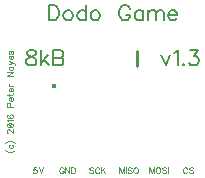
<source format=gbr>
G04 DipTrace 2.4.0.2*
%INTopSilk.gbr*%
%MOIN*%
%ADD10C,0.0098*%
%ADD12C,0.003*%
%ADD18C,0.0158*%
%ADD29C,0.0077*%
%FSLAX44Y44*%
G04*
G70*
G90*
G75*
G01*
%LNTopSilk*%
%LPD*%
X789Y7881D2*
D10*
Y7369D1*
D18*
X-1986Y6734D3*
X-2164Y9408D2*
D29*
Y8905D1*
X-1996D1*
X-1924Y8930D1*
X-1876Y8977D1*
X-1852Y9025D1*
X-1829Y9096D1*
Y9216D1*
X-1852Y9288D1*
X-1876Y9336D1*
X-1924Y9384D1*
X-1996Y9408D1*
X-2164D1*
X-1555Y9240D2*
X-1602Y9216D1*
X-1651Y9168D1*
X-1674Y9096D1*
Y9049D1*
X-1651Y8977D1*
X-1602Y8930D1*
X-1555Y8905D1*
X-1483D1*
X-1435Y8930D1*
X-1387Y8977D1*
X-1363Y9049D1*
Y9096D1*
X-1387Y9168D1*
X-1435Y9216D1*
X-1483Y9240D1*
X-1555D1*
X-922Y9408D2*
Y8905D1*
Y9168D2*
X-969Y9216D1*
X-1017Y9240D1*
X-1089D1*
X-1137Y9216D1*
X-1185Y9168D1*
X-1209Y9096D1*
Y9049D1*
X-1185Y8977D1*
X-1137Y8930D1*
X-1089Y8905D1*
X-1017D1*
X-969Y8930D1*
X-922Y8977D1*
X-648Y9240D2*
X-696Y9216D1*
X-744Y9168D1*
X-767Y9096D1*
Y9049D1*
X-744Y8977D1*
X-696Y8930D1*
X-648Y8905D1*
X-576D1*
X-528Y8930D1*
X-481Y8977D1*
X-456Y9049D1*
Y9096D1*
X-481Y9168D1*
X-528Y9216D1*
X-576Y9240D1*
X-648D1*
X543Y9288D2*
X519Y9336D1*
X471Y9384D1*
X423Y9408D1*
X328D1*
X280Y9384D1*
X232Y9336D1*
X208Y9288D1*
X184Y9216D1*
Y9096D1*
X208Y9025D1*
X232Y8977D1*
X280Y8930D1*
X328Y8905D1*
X423D1*
X471Y8930D1*
X519Y8977D1*
X543Y9025D1*
Y9096D1*
X423D1*
X984Y9240D2*
Y8905D1*
Y9168D2*
X937Y9216D1*
X888Y9240D1*
X817D1*
X769Y9216D1*
X722Y9168D1*
X697Y9096D1*
Y9049D1*
X722Y8977D1*
X769Y8930D1*
X817Y8905D1*
X888D1*
X937Y8930D1*
X984Y8977D1*
X1138Y9240D2*
Y8905D1*
Y9145D2*
X1210Y9216D1*
X1258Y9240D1*
X1330D1*
X1378Y9216D1*
X1402Y9145D1*
Y8905D1*
Y9145D2*
X1473Y9216D1*
X1521Y9240D1*
X1593D1*
X1641Y9216D1*
X1665Y9145D1*
Y8905D1*
X1820Y9096D2*
X2106D1*
Y9145D1*
X2083Y9193D1*
X2059Y9216D1*
X2011Y9240D1*
X1939D1*
X1891Y9216D1*
X1843Y9168D1*
X1820Y9096D1*
Y9049D1*
X1843Y8977D1*
X1891Y8930D1*
X1939Y8905D1*
X2011D1*
X2059Y8930D1*
X2106Y8977D1*
X1586Y7740D2*
X1730Y7405D1*
X1873Y7740D1*
X2028Y7811D2*
X2076Y7836D1*
X2148Y7907D1*
Y7405D1*
X2326Y7453D2*
X2302Y7429D1*
X2326Y7405D1*
X2350Y7429D1*
X2326Y7453D1*
X2553Y7907D2*
X2815D1*
X2672Y7716D1*
X2744D1*
X2791Y7692D1*
X2815Y7668D1*
X2839Y7596D1*
Y7549D1*
X2815Y7477D1*
X2768Y7429D1*
X2696Y7405D1*
X2624D1*
X2553Y7429D1*
X2529Y7453D1*
X2504Y7501D1*
X-3610Y4582D2*
D12*
X-3591Y4563D1*
X-3562Y4544D1*
X-3524Y4525D1*
X-3476Y4515D1*
X-3437D1*
X-3390Y4525D1*
X-3351Y4544D1*
X-3323Y4563D1*
X-3304Y4582D1*
X-3461Y4759D2*
X-3481Y4740D1*
X-3490Y4721D1*
Y4692D1*
X-3481Y4673D1*
X-3461Y4654D1*
X-3433Y4644D1*
X-3414D1*
X-3385Y4654D1*
X-3366Y4673D1*
X-3356Y4692D1*
Y4721D1*
X-3366Y4740D1*
X-3385Y4759D1*
X-3610Y4821D2*
X-3591Y4840D1*
X-3562Y4859D1*
X-3524Y4878D1*
X-3476Y4888D1*
X-3437D1*
X-3390Y4878D1*
X-3351Y4859D1*
X-3323Y4840D1*
X-3304Y4821D1*
X-3509Y5154D2*
X-3519D1*
X-3538Y5163D1*
X-3547Y5173D1*
X-3557Y5192D1*
Y5230D1*
X-3547Y5249D1*
X-3538Y5259D1*
X-3519Y5269D1*
X-3500D1*
X-3480Y5259D1*
X-3452Y5240D1*
X-3356Y5144D1*
Y5278D1*
X-3557Y5397D2*
X-3547Y5369D1*
X-3519Y5349D1*
X-3471Y5340D1*
X-3442D1*
X-3394Y5349D1*
X-3366Y5369D1*
X-3356Y5397D1*
Y5416D1*
X-3366Y5445D1*
X-3394Y5464D1*
X-3442Y5474D1*
X-3471D1*
X-3519Y5464D1*
X-3547Y5445D1*
X-3557Y5416D1*
Y5397D1*
X-3519Y5464D2*
X-3394Y5349D1*
X-3519Y5536D2*
X-3528Y5555D1*
X-3557Y5583D1*
X-3356D1*
X-3528Y5760D2*
X-3547Y5750D1*
X-3557Y5722D1*
Y5703D1*
X-3547Y5674D1*
X-3519Y5655D1*
X-3471Y5645D1*
X-3423D1*
X-3385Y5655D1*
X-3366Y5674D1*
X-3356Y5703D1*
Y5712D1*
X-3366Y5741D1*
X-3385Y5760D1*
X-3414Y5769D1*
X-3423D1*
X-3452Y5760D1*
X-3471Y5741D1*
X-3480Y5712D1*
Y5703D1*
X-3471Y5674D1*
X-3452Y5655D1*
X-3423Y5645D1*
X-3452Y6026D2*
Y6112D1*
X-3461Y6140D1*
X-3471Y6150D1*
X-3490Y6160D1*
X-3519D1*
X-3538Y6150D1*
X-3548Y6140D1*
X-3557Y6112D1*
Y6026D1*
X-3356D1*
X-3433Y6221D2*
Y6336D1*
X-3452D1*
X-3471Y6327D1*
X-3481Y6317D1*
X-3490Y6298D1*
Y6269D1*
X-3481Y6250D1*
X-3461Y6231D1*
X-3433Y6221D1*
X-3414D1*
X-3385Y6231D1*
X-3366Y6250D1*
X-3356Y6269D1*
Y6298D1*
X-3366Y6317D1*
X-3385Y6336D1*
X-3557Y6427D2*
X-3394D1*
X-3366Y6436D1*
X-3356Y6455D1*
Y6474D1*
X-3490Y6398D2*
Y6465D1*
X-3433Y6536D2*
Y6651D1*
X-3452D1*
X-3471Y6641D1*
X-3481Y6632D1*
X-3490Y6613D1*
Y6584D1*
X-3481Y6565D1*
X-3461Y6546D1*
X-3433Y6536D1*
X-3414D1*
X-3385Y6546D1*
X-3366Y6565D1*
X-3356Y6584D1*
Y6613D1*
X-3366Y6632D1*
X-3385Y6651D1*
X-3490Y6713D2*
X-3356D1*
X-3433D2*
X-3461Y6722D1*
X-3481Y6741D1*
X-3490Y6761D1*
Y6789D1*
X-3557Y7179D2*
X-3356D1*
X-3557Y7045D1*
X-3356D1*
X-3490Y7289D2*
X-3481Y7270D1*
X-3461Y7251D1*
X-3433Y7241D1*
X-3414D1*
X-3385Y7251D1*
X-3366Y7270D1*
X-3356Y7289D1*
Y7318D1*
X-3366Y7337D1*
X-3385Y7356D1*
X-3414Y7366D1*
X-3433D1*
X-3461Y7356D1*
X-3481Y7337D1*
X-3490Y7318D1*
Y7289D1*
Y7437D2*
X-3356Y7494D1*
X-3318Y7475D1*
X-3299Y7456D1*
X-3289Y7437D1*
Y7427D1*
X-3490Y7552D2*
X-3356Y7494D1*
X-3433Y7614D2*
Y7728D1*
X-3452D1*
X-3471Y7719D1*
X-3481Y7709D1*
X-3490Y7690D1*
Y7661D1*
X-3481Y7642D1*
X-3461Y7623D1*
X-3433Y7614D1*
X-3414D1*
X-3385Y7623D1*
X-3366Y7642D1*
X-3356Y7661D1*
Y7690D1*
X-3366Y7709D1*
X-3385Y7728D1*
X-3461Y7895D2*
X-3481Y7886D1*
X-3490Y7857D1*
Y7828D1*
X-3481Y7800D1*
X-3461Y7790D1*
X-3442Y7800D1*
X-3433Y7819D1*
X-3423Y7867D1*
X-3414Y7886D1*
X-3394Y7895D1*
X-3385D1*
X-3366Y7886D1*
X-3356Y7857D1*
Y7828D1*
X-3366Y7800D1*
X-3385Y7790D1*
X-2572Y4009D2*
X-2668D1*
X-2677Y3923D1*
X-2668Y3933D1*
X-2639Y3942D1*
X-2610D1*
X-2582Y3933D1*
X-2562Y3914D1*
X-2553Y3885D1*
Y3866D1*
X-2562Y3837D1*
X-2582Y3818D1*
X-2610Y3808D1*
X-2639D1*
X-2668Y3818D1*
X-2677Y3828D1*
X-2687Y3847D1*
X-2491Y4009D2*
X-2415Y3808D1*
X-2338Y4009D1*
X-1668Y3962D2*
X-1678Y3981D1*
X-1697Y4000D1*
X-1716Y4009D1*
X-1754D1*
X-1774Y4000D1*
X-1793Y3981D1*
X-1802Y3962D1*
X-1812Y3933D1*
Y3885D1*
X-1802Y3856D1*
X-1793Y3837D1*
X-1774Y3818D1*
X-1754Y3808D1*
X-1716D1*
X-1697Y3818D1*
X-1678Y3837D1*
X-1668Y3856D1*
Y3885D1*
X-1716D1*
X-1473Y4009D2*
Y3808D1*
X-1607Y4009D1*
Y3808D1*
X-1411Y4009D2*
Y3808D1*
X-1344D1*
X-1315Y3818D1*
X-1296Y3837D1*
X-1286Y3856D1*
X-1277Y3885D1*
Y3933D1*
X-1286Y3962D1*
X-1296Y3981D1*
X-1315Y4000D1*
X-1344Y4009D1*
X-1411D1*
X-678Y3981D2*
X-697Y4000D1*
X-726Y4009D1*
X-764D1*
X-793Y4000D1*
X-812Y3981D1*
Y3962D1*
X-802Y3942D1*
X-793Y3933D1*
X-774Y3923D1*
X-716Y3904D1*
X-697Y3895D1*
X-687Y3885D1*
X-678Y3866D1*
Y3837D1*
X-697Y3818D1*
X-726Y3808D1*
X-764D1*
X-793Y3818D1*
X-812Y3837D1*
X-473Y3962D2*
X-482Y3981D1*
X-501Y4000D1*
X-520Y4009D1*
X-559D1*
X-578Y4000D1*
X-597Y3981D1*
X-607Y3962D1*
X-616Y3933D1*
Y3885D1*
X-607Y3856D1*
X-597Y3837D1*
X-578Y3818D1*
X-559Y3808D1*
X-520D1*
X-501Y3818D1*
X-482Y3837D1*
X-473Y3856D1*
X-411Y4009D2*
Y3808D1*
X-277Y4009D2*
X-411Y3875D1*
X-363Y3923D2*
X-277Y3808D1*
X2457Y3962D2*
X2447Y3981D1*
X2428Y4000D1*
X2409Y4009D1*
X2371D1*
X2351Y4000D1*
X2332Y3981D1*
X2323Y3962D1*
X2313Y3933D1*
Y3885D1*
X2323Y3856D1*
X2332Y3837D1*
X2351Y3818D1*
X2371Y3808D1*
X2409D1*
X2428Y3818D1*
X2447Y3837D1*
X2457Y3856D1*
X2652Y3981D2*
X2633Y4000D1*
X2605Y4009D1*
X2566D1*
X2538Y4000D1*
X2518Y3981D1*
Y3962D1*
X2528Y3942D1*
X2538Y3933D1*
X2557Y3923D1*
X2614Y3904D1*
X2633Y3895D1*
X2643Y3885D1*
X2652Y3866D1*
Y3837D1*
X2633Y3818D1*
X2605Y3808D1*
X2566D1*
X2538Y3818D1*
X2518Y3837D1*
X1341Y3808D2*
Y4009D1*
X1265Y3808D1*
X1188Y4009D1*
Y3808D1*
X1460Y4009D2*
X1441Y4000D1*
X1422Y3981D1*
X1412Y3962D1*
X1403Y3933D1*
Y3885D1*
X1412Y3856D1*
X1422Y3837D1*
X1441Y3818D1*
X1460Y3808D1*
X1499D1*
X1518Y3818D1*
X1537Y3837D1*
X1546Y3856D1*
X1556Y3885D1*
Y3933D1*
X1546Y3962D1*
X1537Y3981D1*
X1518Y4000D1*
X1499Y4009D1*
X1460D1*
X1752Y3981D2*
X1733Y4000D1*
X1704Y4009D1*
X1666D1*
X1637Y4000D1*
X1618Y3981D1*
Y3962D1*
X1627Y3942D1*
X1637Y3933D1*
X1656Y3923D1*
X1713Y3904D1*
X1733Y3895D1*
X1742Y3885D1*
X1752Y3866D1*
Y3837D1*
X1733Y3818D1*
X1704Y3808D1*
X1666D1*
X1637Y3818D1*
X1618Y3837D1*
X1813Y4009D2*
Y3808D1*
X341D2*
Y4009D1*
X265Y3808D1*
X188Y4009D1*
Y3808D1*
X403Y4009D2*
Y3808D1*
X599Y3981D2*
X580Y4000D1*
X551Y4009D1*
X513D1*
X484Y4000D1*
X465Y3981D1*
Y3962D1*
X474Y3942D1*
X484Y3933D1*
X503Y3923D1*
X560Y3904D1*
X580Y3895D1*
X589Y3885D1*
X599Y3866D1*
Y3837D1*
X580Y3818D1*
X551Y3808D1*
X513D1*
X484Y3818D1*
X465Y3837D1*
X718Y4009D2*
X699Y4000D1*
X680Y3981D1*
X670Y3962D1*
X660Y3933D1*
Y3885D1*
X670Y3856D1*
X680Y3837D1*
X699Y3818D1*
X718Y3808D1*
X756D1*
X775Y3818D1*
X794Y3837D1*
X804Y3856D1*
X813Y3885D1*
Y3933D1*
X804Y3962D1*
X794Y3981D1*
X775Y4000D1*
X756Y4009D1*
X718D1*
X-2794Y7907D2*
D29*
X-2866Y7883D1*
X-2890Y7836D1*
Y7788D1*
X-2866Y7740D1*
X-2818Y7716D1*
X-2722Y7692D1*
X-2651Y7668D1*
X-2603Y7620D1*
X-2579Y7573D1*
Y7501D1*
X-2603Y7453D1*
X-2627Y7429D1*
X-2699Y7405D1*
X-2794D1*
X-2866Y7429D1*
X-2890Y7453D1*
X-2914Y7501D1*
Y7573D1*
X-2890Y7620D1*
X-2842Y7668D1*
X-2770Y7692D1*
X-2675Y7716D1*
X-2627Y7740D1*
X-2603Y7788D1*
Y7836D1*
X-2627Y7883D1*
X-2699Y7907D1*
X-2794D1*
X-2425Y7908D2*
Y7405D1*
X-2186Y7740D2*
X-2425Y7501D1*
X-2329Y7596D2*
X-2162Y7405D1*
X-2007Y7908D2*
Y7405D1*
X-1792D1*
X-1720Y7430D1*
X-1696Y7453D1*
X-1672Y7501D1*
Y7573D1*
X-1696Y7621D1*
X-1720Y7645D1*
X-1792Y7668D1*
X-1720Y7693D1*
X-1696Y7716D1*
X-1672Y7764D1*
Y7812D1*
X-1696Y7860D1*
X-1720Y7884D1*
X-1792Y7908D1*
X-2007D1*
Y7668D2*
X-1792D1*
M02*

</source>
